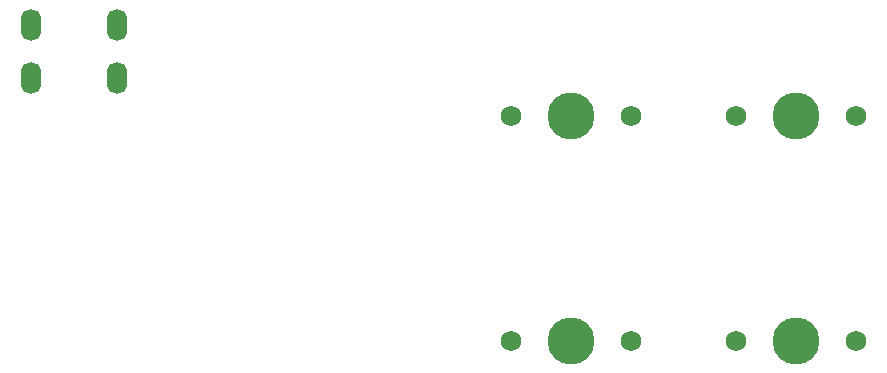
<source format=gts>
%TF.GenerationSoftware,KiCad,Pcbnew,(5.1.10)-1*%
%TF.CreationDate,2021-09-07T16:31:46+07:00*%
%TF.ProjectId,trialkb,74726961-6c6b-4622-9e6b-696361645f70,rev?*%
%TF.SameCoordinates,Original*%
%TF.FileFunction,Soldermask,Top*%
%TF.FilePolarity,Negative*%
%FSLAX46Y46*%
G04 Gerber Fmt 4.6, Leading zero omitted, Abs format (unit mm)*
G04 Created by KiCad (PCBNEW (5.1.10)-1) date 2021-09-07 16:31:46*
%MOMM*%
%LPD*%
G01*
G04 APERTURE LIST*
%ADD10C,1.750000*%
%ADD11C,3.987800*%
%ADD12O,1.700000X2.700000*%
G04 APERTURE END LIST*
D10*
%TO.C,MX2*%
X78105000Y-74612500D03*
X67945000Y-74612500D03*
D11*
X73025000Y-74612500D03*
%TD*%
D12*
%TO.C,USB1*%
X27306250Y-47887500D03*
X34606250Y-47887500D03*
X34606250Y-52387500D03*
X27306250Y-52387500D03*
%TD*%
D10*
%TO.C,MX4*%
X97155000Y-74612500D03*
X86995000Y-74612500D03*
D11*
X92075000Y-74612500D03*
%TD*%
D10*
%TO.C,MX3*%
X97155000Y-55562500D03*
X86995000Y-55562500D03*
D11*
X92075000Y-55562500D03*
%TD*%
D10*
%TO.C,MX1*%
X78105000Y-55562500D03*
X67945000Y-55562500D03*
D11*
X73025000Y-55562500D03*
%TD*%
M02*

</source>
